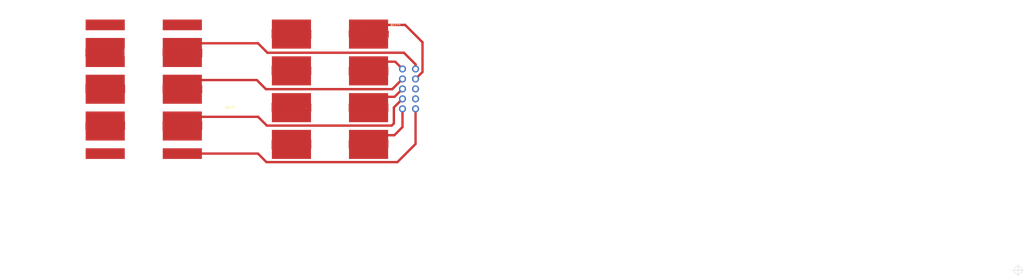
<source format=kicad_pcb>
(kicad_pcb (version 20221018) (generator pcbnew)
  (layers (0 "F.Cu" signal) (31 "B.Cu" signal) (34 "B.Paste" user) (35 "F.Paste" user) (36 "B.SilkS" user "B.Silkscreen") (37 "F.SilkS" user "F.Silkscreen") (38 "B.Mask" user) (39 "F.Mask" user) (44 "Edge.Cuts" user))
  (net 0 "")
  (footprint "USST-footprints:batt_wedge_smd" (layer "F.Cu") (at 77.337 37.141)
    (fp_text reference "REF**" (at 0 0) (layer "F.SilkS"))
    (fp_text value "batt_wedge_smd")
    (pad "1" smd rect (at -52.705 -34.925 90) (size 4.5 16.5) (layers "F.Cu" "F.Paste" "F.Mask"))
    (pad "1" smd rect (at -20.205 -34.925 90) (size 4.5 16.5) (layers "F.Cu" "F.Paste" "F.Mask"))
    (pad "1" smd rect (at 25.795 -34.925 90) (size 4.5 16.5) (layers "F.Cu" "F.Paste" "F.Mask"))
    (pad "1" smd rect (at 58.295 -34.925 90) (size 4.5 16.5) (layers "F.Cu" "F.Paste" "F.Mask"))
    (pad "2" smd rect (at -52.705 -27.175 90) (size 4.5 16.5) (layers "F.Cu" "F.Paste" "F.Mask"))
    (pad "2" smd rect (at -20.205 -27.175 90) (size 4.5 16.5) (layers "F.Cu" "F.Paste" "F.Mask"))
    (pad "2" smd rect (at 25.795 -27.175 90) (size 4.5 16.5) (layers "F.Cu" "F.Paste" "F.Mask"))
    (pad "2" smd rect (at 58.295 -27.175 90) (size 4.5 16.5) (layers "F.Cu" "F.Paste" "F.Mask"))
    (pad "3" smd rect (at -52.705 -19.425 90) (size 4.5 16.5) (layers "F.Cu" "F.Paste" "F.Mask"))
    (pad "3" smd rect (at -20.205 -19.425 90) (size 4.5 16.5) (layers "F.Cu" "F.Paste" "F.Mask"))
    (pad "3" smd rect (at 25.795 -19.425 90) (size 4.5 16.5) (layers "F.Cu" "F.Paste" "F.Mask"))
    (pad "3" smd rect (at 58.295 -19.425 90) (size 4.5 16.5) (layers "F.Cu" "F.Paste" "F.Mask"))
    (pad "4" smd rect (at -52.705 -11.675 90) (size 4.5 16.5) (layers "F.Cu" "F.Paste" "F.Mask"))
    (pad "4" smd rect (at -20.205 -11.675 90) (size 4.5 16.5) (layers "F.Cu" "F.Paste" "F.Mask"))
    (pad "4" smd rect (at 25.795 -11.675 90) (size 4.5 16.5) (layers "F.Cu" "F.Paste" "F.Mask"))
    (pad "4" smd rect (at 58.295 -11.675 90) (size 4.5 16.5) (layers "F.Cu" "F.Paste" "F.Mask"))
    (pad "5" smd rect (at -52.705 -3.925 90) (size 4.5 16.5) (layers "F.Cu" "F.Paste" "F.Mask"))
    (pad "5" smd rect (at -20.205 -3.925 90) (size 4.5 16.5) (layers "F.Cu" "F.Paste" "F.Mask"))
    (pad "5" smd rect (at 25.795 -3.925 90) (size 4.5 16.5) (layers "F.Cu" "F.Paste" "F.Mask"))
    (pad "5" smd rect (at 58.295 -3.925 90) (size 4.5 16.5) (layers "F.Cu" "F.Paste" "F.Mask"))
    (pad "6" smd rect (at -52.705 3.825 90) (size 4.5 16.5) (layers "F.Cu" "F.Paste" "F.Mask"))
    (pad "6" smd rect (at -20.205 3.825 90) (size 4.5 16.5) (layers "F.Cu" "F.Paste" "F.Mask"))
    (pad "6" smd rect (at 25.795 3.825 90) (size 4.5 16.5) (layers "F.Cu" "F.Paste" "F.Mask"))
    (pad "6" smd rect (at 58.295 3.825 90) (size 4.5 16.5) (layers "F.Cu" "F.Paste" "F.Mask"))
    (pad "7" smd rect (at -52.705 11.575 90) (size 4.5 16.5) (layers "F.Cu" "F.Paste" "F.Mask"))
    (pad "7" smd rect (at -20.205 11.575 90) (size 4.5 16.5) (layers "F.Cu" "F.Paste" "F.Mask"))
    (pad "7" smd rect (at 25.795 11.575 90) (size 4.5 16.5) (layers "F.Cu" "F.Paste" "F.Mask"))
    (pad "7" smd rect (at 58.295 11.575 90) (size 4.5 16.5) (layers "F.Cu" "F.Paste" "F.Mask"))
    (pad "8" smd rect (at -52.705 19.325 90) (size 4.5 16.5) (layers "F.Cu" "F.Paste" "F.Mask"))
    (pad "8" smd rect (at -20.205 19.325 90) (size 4.5 16.5) (layers "F.Cu" "F.Paste" "F.Mask"))
    (pad "8" smd rect (at 25.795 19.325 90) (size 4.5 16.5) (layers "F.Cu" "F.Paste" "F.Mask"))
    (pad "8" smd rect (at 58.295 19.325 90) (size 4.5 16.5) (layers "F.Cu" "F.Paste" "F.Mask"))
  )
  (footprint "USST-footprints:BatteryConnector" (layer "F.Cu") (at 149.948 37.592)
    (fp_text reference "REF**" (at -2.9455 -35.197) (layer "F.SilkS"))
    (fp_text value "BatteryConnector")
    (pad "" np_thru_hole circle (at 0 -16.8) (size 3 3) (drill 1.8) (layers "*.Cu"))
    (pad "" np_thru_hole circle (at 0 -12.6) (size 3 3) (drill 1.8) (layers "*.Cu"))
    (pad "" np_thru_hole circle (at 0 -8.4) (size 3 3) (drill 1.8) (layers "*.Cu"))
    (pad "" np_thru_hole circle (at 0 -4.2) (size 3 3) (drill 1.8) (layers "*.Cu"))
    (pad "" np_thru_hole circle (at 0 0) (size 3 3) (drill 1.8) (layers "*.Cu"))
    (pad "" np_thru_hole circle (at 5.5 -16.8) (size 3 3) (drill 1.8) (layers "*.Cu"))
    (pad "" np_thru_hole circle (at 5.5 -12.6) (size 3 3) (drill 1.8) (layers "*.Cu"))
    (pad "" np_thru_hole circle (at 5.5 -8.4) (size 3 3) (drill 1.8) (layers "*.Cu"))
    (pad "" np_thru_hole circle (at 5.5 -4.2) (size 3 3) (drill 1.8) (layers "*.Cu"))
    (pad "" np_thru_hole circle (at 5.5 0) (size 3 3) (drill 1.8) (layers "*.Cu"))
  )
  (target plus (at 409.448 105.664) (size 5) (width 0.15) (layer "Edge.Cuts"))
  (segment (start 144.018 4.826) (end 144.018 7.62) (width 0.25) (layer "F.Cu") (net 0))
  (segment (start 146.507601 48.716) (end 149.948 45.275601) (width 1) (layer "F.Cu") (net 0))
  (segment (start 143.002 38.354) (end 143.002 35.814) (width 2) (layer "F.Cu") (net 0))
  (segment (start 64.262 46.228) (end 64.516 45.974) (width 2) (layer "F.Cu") (net 0))
  (segment (start 135.632 9.966) (end 135.632 7.624) (width 3) (layer "F.Cu") (net 0))
  (segment (start 142.494 6.604) (end 142.748 6.604) (width 0.5) (layer "F.Cu") (net 0))
  (segment (start 61.136 13.97) (end 57.132 9.966) (width 1) (layer "F.Cu") (net 0))
  (segment (start 92.762383 44.663023) (end 145.392521 44.663023) (width 1) (layer "F.Cu") (net 0))
  (segment (start 51.308 30.48) (end 63.246 30.48) (width 2) (layer "F.Cu") (net 0))
  (segment (start 64.516 30.48) (end 64.516 28.194) (width 2) (layer "F.Cu") (net 0))
  (segment (start 127.762 23.114) (end 128.524 23.114) (width 1) (layer "F.Cu") (net 0))
  (segment (start 19.994 40.966) (end 17.272 43.688) (width 2) (layer "F.Cu") (net 0))
  (segment (start 143.51 20.32) (end 128.524 20.32) (width 1) (layer "F.Cu") (net 0))
  (segment (start 149.948 20.792) (end 146.872 17.716) (width 1) (layer "F.Cu") (net 0))
  (segment (start 31.75 12.446) (end 19.05 12.446) (width 2) (layer "F.Cu") (net 0))
  (segment (start 150.547372 13.946484) (end 93.004057 13.946484) (width 1) (layer "F.Cu") (net 0))
  (segment (start 61.78 33.216) (end 64.516 30.48) (width 2) (layer "F.Cu") (net 0))
  (segment (start 24.632 25.466) (end 24.632 33.216) (width 3) (layer "F.Cu") (net 0))
  (segment (start 158.38009 22.05991) (end 158.38009 9.541735) (width 1) (layer "F.Cu") (net 0))
  (segment (start 57.132 33.216) (end 61.78 33.216) (width 2) (layer "F.Cu") (net 0))
  (segment (start 57.132 9.966) (end 61.782 9.966) (width 2) (layer "F.Cu") (net 0))
  (segment (start 57.132 25.466) (end 52.258 25.466) (width 2) (layer "F.Cu") (net 0))
  (segment (start 110.49 53.848) (end 110.49 51.054) (width 2) (layer "F.Cu") (net 0))
  (segment (start 95.758 20.066) (end 95.758 22.86) (width 2) (layer "F.Cu") (net 0))
  (segment (start 141.478 37.084) (end 141.732 37.084) (width 2) (layer "F.Cu") (net 0))
  (segment (start 49.784 46.228) (end 64.262 46.228) (width 2) (layer "F.Cu") (net 0))
  (segment (start 19.05 27.94) (end 18.288 28.702) (width 2) (layer "F.Cu") (net 0))
  (segment (start 135.632 22.352) (end 135.632 25.466) (width 3) (layer "F.Cu") (net 0))
  (segment (start 128.524 23.114) (end 143.51 23.114) (width 1) (layer "F.Cu") (net 0))
  (segment (start 146.61001 32.52999) (end 135.632 32.52999) (width 1) (layer "F.Cu") (net 0))
  (segment (start 20.006 9.966) (end 17.272 12.7) (width 2) (layer "F.Cu") (net 0))
  (segment (start 92.383894 29.304753) (end 88.545141 25.466) (width 1) (layer "F.Cu") (net 0))
  (segment (start 64.516 13.97) (end 64.516 15.494) (width 2) (layer "F.Cu") (net 0))
  (segment (start 142.748 53.848) (end 143.002 53.594) (width 2) (layer "F.Cu") (net 0))
  (segment (start 59.333901 12.167901) (end 57.132 9.966) (width 1) (layer "F.Cu") (net 0))
  (segment (start 129.54 36.576) (end 141.732 37.084) (width 2) (layer "F.Cu") (net 0))
  (segment (start 63.246 14.478) (end 62.738 13.97) (width 2) (layer "F.Cu") (net 0))
  (segment (start 24.632 17.716) (end 24.632 13.466) (width 2) (layer "F.Cu") (net 0))
  (segment (start 49.784 12.7) (end 62.23 12.7) (width 2) (layer "F.Cu") (net 0))
  (segment (start 49.784 27.94) (end 49.784 30.734) (width 2) (layer "F.Cu") (net 0))
  (segment (start 143.51 23.114) (end 143.51 20.32) (width 1) (layer "F.Cu") (net 0))
  (segment (start 110.49 51.054) (end 98.044 51.054) (width 2) (layer "F.Cu") (net 0))
  (segment (start 151.054355 2.216) (end 135.632 2.216) (width 1) (layer "F.Cu") (net 0))
  (segment (start 108.712 21.082) (end 109.474 21.844) (width 2) (layer "F.Cu") (net 0))
  (segment (start 19.05 12.446) (end 19.05 13.716) (width 2) (layer "F.Cu") (net 0))
  (segment (start 134.5 22.098) (end 128.524 22.098) (width 1) (layer "F.Cu") (net 0))
  (segment (start 17.272 45.974) (end 32.004 45.974) (width 2) (layer "F.Cu") (net 0))
  (segment (start 130.868 33.216) (end 128.27 35.814) (width 2) (layer "F.Cu") (net 0))
  (segment (start 135.632 20.966) (end 134.5 22.098) (width 1) (layer "F.Cu") (net 0))
  (segment (start 98.044 51.054) (end 97.028 52.07) (width 2) (layer "F.Cu") (net 0))
  (segment (start 17.272 27.686) (end 17.272 30.48) (width 2) (layer "F.Cu") (net 0))
  (segment (start 142.748 6.604) (end 144.018 5.334) (width 0.5) (layer "F.Cu") (net 0))
  (segment (start 133.032 7.366) (end 135.632 9.966) (width 3) (layer "F.Cu") (net 0))
  (segment (start 62.738 13.97) (end 50.8 13.97) (width 2) (layer "F.Cu") (net 0))
  (segment (start 96.774 21.082) (end 109.474 21.844) (width 2) (layer "F.Cu") (net 0))
  (segment (start 89.023573 9.966) (end 57.132 9.966) (width 1) (layer "F.Cu") (net 0))
  (segment (start 17.272 15.24) (end 30.226 15.24) (width 2) (layer "F.Cu") (net 0))
  (segment (start 135.632 7.624) (end 138.176 5.08) (width 3) (layer "F.Cu") (net 0))
  (segment (start 130.302 4.572) (end 130.302 7.366) (width 3) (layer "F.Cu") (net 0))
  (segment (start 98.35 48.716) (end 95.758 51.308) (width 2) (layer "F.Cu") (net 0))
  (segment (start 96.774 36.576) (end 108.712 36.576) (width 2) (layer "F.Cu") (net 0))
  (segment (start 128.27 51.308) (end 128.27 53.848) (width 2) (layer "F.Cu") (net 0))
  (segment (start 57.132 40.966) (end 52.252 40.966) (width 2) (layer "F.Cu") (net 0))
  (segment (start 142.748 21.082) (end 128.27 21.336) (width 1) (layer "F.Cu") (net 0))
  (segment (start 131.642 2.216) (end 128.778 5.08) (width 3) (layer "F.Cu") (net 0))
  (segment (start 97.536 52.578) (end 109.22 52.578) (width 2) (layer "F.Cu") (net 0))
  (segment (start 135.632 2.216) (end 135.632 9.966) (width 3) (layer "F.Cu") (net 0))
  (segment (start 103.132 48.716) (end 103.132 56.466) (width 3) (layer "F.Cu") (net 0))
  (segment (start 32.004 45.974) (end 32.004 43.434) (width 2) (layer "F.Cu") (net 0))
  (segment (start 149.948 39.71332) (end 149.948 37.592) (width 1) (layer "F.Cu") (net 0))
  (segment (start 19.492 25.466) (end 17.272 27.686) (width 2) (layer "F.Cu") (net 0))
  (segment (start 24.632 40.966) (end 19.994 40.966) (width 2) (layer "F.Cu") (net 0))
  (segment (start 30.226 15.24) (end 31.75 15.24) (width 2) (layer "F.Cu") (net 0))
  (segment (start 98.114 2.216) (end 95.758 4.572) (width 2) (layer "F.Cu") (net 0))
  (segment (start 135.632 2.216) (end 141.408 2.216) (width 0.25) (layer "F.Cu") (net 0))
  (segment (start 98.108 17.716) (end 95.758 20.066) (width 2) (layer "F.Cu") (net 0))
  (segment (start 98.102 33.216) (end 95.758 35.56) (width 2) (layer "F.Cu") (net 0))
  (segment (start 130.302 35.814) (end 129.54 36.576) (width 2) (layer "F.Cu") (net 0))
  (segment (start 88.545141 25.466) (end 57.132 25.466) (width 1) (layer "F.Cu") (net 0))
  (segment (start 95.758 22.86) (end 110.49 22.86) (width 2) (layer "F.Cu") (net 0))
  (segment (start 64.516 15.494) (end 50.292 15.494) (width 2) (layer "F.Cu") (net 0))
  (segment (start 24.632 40.966) (end 24.632 48.716) (width 3) (layer "F.Cu") (net 0))
  (segment (start 143.002 53.594) (end 143.002 51.054) (width 2) (layer "F.Cu") (net 0))
  (segment (start 147.794999 60.058681) (end 92.607603 60.058681) (width 1) (layer "F.Cu") (net 0))
  (segment (start 103.132 33.216) (end 103.132 40.966) (width 3) (layer "F.Cu") (net 0))
  (segment (start 149.948 24.992) (end 145.635247 29.304753) (width 1) (layer "F.Cu") (net 0))
  (segment (start 32.004 30.48) (end 32.004 27.94) (width 2) (layer "F.Cu") (net 0))
  (segment (start 141.408 2.216) (end 144.018 4.826) (width 0.25) (layer "F.Cu") (net 0))
  (segment (start 135.632 48.716) (end 135.632 56.466) (width 3) (layer "F.Cu") (net 0))
  (segment (start 158.38009 9.541735) (end 151.054355 2.216) (width 1) (layer "F.Cu") (net 0))
  (segment (start 64.516 28.194) (end 51.308 28.194) (width 2) (layer "F.Cu") (net 0))
  (segment (start 95.758 38.354) (end 110.49 38.354) (width 2) (layer "F.Cu") (net 0))
  (segment (start 17.272 43.688) (end 17.272 45.974) (width 2) (layer "F.Cu") (net 0))
  (segment (start 63.246 30.48) (end 63.246 29.21) (width 2) (layer "F.Cu") (net 0))
  (segment (start 141.986 5.588) (end 141.986 5.08) (width 0.25) (layer "F.Cu") (net 0))
  (segment (start 132.588 5.08) (end 130.302 5.08) (width 3) (layer "F.Cu") (net 0))
  (segment (start 19.558 14.224) (end 30.734 14.224) (width 2) (layer "F.Cu") (net 0))
  (segment (start 142.494 21.844) (end 129.794 21.844) (width 2) (layer "F.Cu") (net 0))
  (segment (start 92.607603 60.058681) (end 89.014922 56.466) (width 1) (layer "F.Cu") (net 0))
  (segment (start 64.516 12.7) (end 64.516 13.97) (width 2) (layer "F.Cu") (net 0))
  (segment (start 60.899463 29.233463) (end 57.132 25.466) (width 1) (layer "F.Cu") (net 0))
  (segment (start 61.782 9.966) (end 64.516 12.7) (width 2) (layer "F.Cu") (net 0))
  (segment (start 138.872 25.466) (end 142.494 21.844) (width 2) (layer "F.Cu") (net 0))
  (segment (start 130.302 7.366) (end 133.032 7.366) (width 3) (layer "F.Cu") (net 0))
  (segment (start 62.23 12.7) (end 62.23 13.462) (width 2) (layer "F.Cu") (net 0))
  (segment (start 31.75 15.24) (end 31.75 12.446) (width 2) (layer "F.Cu") (net 0))
  (segment (start 49.784 14.986) (end 49.784 12.7) (width 2) (layer "F.Cu") (net 0))
  (segment (start 24.632 25.466) (end 19.492 25.466) (width 2) (layer "F.Cu") (net 0))
  (segment (start 57.132 40.966) (end 89.06536 40.966) (width 1) (layer "F.Cu") (net 0))
  (segment (start 138.938 7.112) (end 141.986 7.112) (width 3) (layer "F.Cu") (net 0))
  (segment (start 110.49 4.826) (end 98.044 4.826) (width 2) (layer "F.Cu") (net 0))
  (segment (start 17.272 12.7) (end 17.272 15.24) (width 2) (layer "F.Cu") (net 0))
  (segment (start 24.632 9.966) (end 24.632 17.716) (width 3) (layer "F.Cu") (net 0))
  (segment (start 110.49 7.62) (end 110.49 4.826) (width 2) (layer "F.Cu") (net 0))
  (segment (start 138.176 5.08) (end 141.986 5.08) (width 3) (layer "F.Cu") (net 0))
  (segment (start 24.632 9.966) (end 20.006 9.966) (width 2) (layer "F.Cu") (net 0))
  (segment (start 135.632 48.716) (end 146.507601 48.716) (width 1) (layer "F.Cu") (net 0))
  (segment (start 135.632 33.216) (end 135.632 40.966) (width 3) (layer "F.Cu") (net 0))
  (segment (start 135.632 17.716) (end 135.632 22.352) (width 2) (layer "F.Cu") (net 0))
  (segment (start 52.258 25.466) (end 49.784 27.94) (width 2) (layer "F.Cu") (net 0))
  (segment (start 19.05 12.446) (end 18.288 13.208) (width 2) (layer "F.Cu") (net 0))
  (segment (start 128.27 35.814) (end 128.27 38.354) (width 2) (layer "F.Cu") (net 0))
  (segment (start 103.132 2.216) (end 103.132 9.966) (width 3) (layer "F.Cu") (net 0))
  (segment (start 155.448 52.40568) (end 147.794999 60.058681) (width 1) (layer "F.Cu") (net 0))
  (segment (start 57.132 25.466) (end 57.132 33.216) (width 3) (layer "F.Cu") (net 0))
  (segment (start 63.246 12.7) (end 64.516 13.97) (width 2) (layer "F.Cu") (net 0))
  (segment (start 27.75 17.716) (end 30.226 15.24) (width 2) (layer "F.Cu") (net 0))
  (segment (start 57.132 40.966) (end 57.132 48.716) (width 3) (layer "F.Cu") (net 0))
  (segment (start 50.292 15.494) (end 49.784 14.986) (width 2) (layer "F.Cu") (net 0))
  (segment (start 19.558 43.434) (end 18.542 44.45) (width 2) (layer "F.Cu") (net 0))
  (segment (start 89.06536 40.966) (end 92.762383 44.663023) (width 1) (layer "F.Cu") (net 0))
  (segment (start 89.014922 56.466) (end 57.132 56.466) (width 1) (layer "F.Cu") (net 0))
  (segment (start 103.132 33.216) (end 98.102 33.216) (width 2) (layer "F.Cu") (net 0))
  (segment (start 135.632 48.716) (end 130.862 48.716) (width 2) (layer "F.Cu") (net 0))
  (segment (start 145.392521 44.663023) (end 146.314017 43.741527) (width 1) (layer "F.Cu") (net 0))
  (segment (start 130.862 48.716) (end 128.27 51.308) (width 2) (layer "F.Cu") (net 0))
  (segment (start 18.288 13.208) (end 30.226 13.208) (width 2) (layer "F.Cu") (net 0))
  (segment (start 97.536 35.814) (end 96.774 36.576) (width 2) (layer "F.Cu") (net 0))
  (segment (start 142.494 6.604) (end 141.986 7.112) (width 3) (layer "F.Cu") (net 0))
  (segment (start 144.018 7.62) (end 141.986 5.588) (width 0.25) (layer "F.Cu") (net 0))
  (segment (start 155.448 18.847112) (end 150.547372 13.946484) (width 1) (layer "F.Cu") (net 0))
  (segment (start 103.132 17.716) (end 103.132 25.466) (width 3) (layer "F.Cu") (net 0))
  (segment (start 98.044 4.826) (end 97.028 5.842) (width 2) (layer "F.Cu") (net 0))
  (segment (start 135.632 33.216) (end 130.868 33.216) (width 2) (layer "F.Cu") (net 0))
  (segment (start 97.536 20.32) (end 96.774 21.082) (width 2) (layer "F.Cu") (net 0))
  (segment (start 135.632 2.216) (end 132.658 2.216) (width 3) (layer "F.Cu") (net 0))
  (segment (start 110.49 38.354) (end 110.49 35.814) (width 2) (layer "F.Cu") (net 0))
  (segment (start 128.27 38.354) (end 143.002 38.354) (width 2) (layer "F.Cu") (net 0))
  (segment (start 64.516 45.974) (end 64.516 43.434) (width 2) (layer "F.Cu") (net 0))
  (segment (start 49.784 43.434) (end 49.784 46.228) (width 2) (layer "F.Cu") (net 0))
  (segment (start 51.308 28.194) (end 51.308 30.48) (width 2) (layer "F.Cu") (net 0))
  (segment (start 103.132 2.216) (end 98.114 2.216) (width 2) (layer "F.Cu") (net 0))
  (segment (start 96.012 7.62) (end 110.49 7.62) (width 2) (layer "F.Cu") (net 0))
  (segment (start 58.016066 13.485736) (end 59.333901 12.167901) (width 1) (layer "F.Cu") (net 0))
  (segment (start 128.778 21.082) (end 128.524 21.336) (width 1) (layer "F.Cu") (net 0))
  (segment (start 64.516 43.434) (end 52.324 43.434) (width 2) (layer "F.Cu") (net 0))
  (segment (start 24.632 13.466) (end 23.612 12.446) (width 2) (layer "F.Cu") (net 0))
  (segment (start 19.05 13.716) (end 19.558 14.224) (width 2) (layer "F.Cu") (net 0))
  (segment (start 130.366 17.716) (end 127.762 20.32) (width 1) (layer "F.Cu") (net 0))
  (segment (start 103.132 48.716) (end 98.35 48.716) (width 2) (layer "F.Cu") (net 0))
  (segment (start 32.004 43.434) (end 19.558 43.434) (width 2) (layer "F.Cu") (net 0))
  (segment (start 135.632 25.466) (end 138.872 25.466) (width 2) (layer "F.Cu") (net 0))
  (segment (start 95.758 35.56) (end 95.758 38.354) (width 2) (layer "F.Cu") (net 0))
  (segment (start 155.448 37.592) (end 155.448 52.40568) (width 1) (layer "F.Cu") (net 0))
  (segment (start 97.028 52.07) (end 97.536 52.578) (width 2) (layer "F.Cu") (net 0))
  (segment (start 146.872 17.716) (end 135.632 17.716) (width 1) (layer "F.Cu") (net 0))
  (segment (start 143.002 35.814) (end 130.302 35.814) (width 2) (layer "F.Cu") (net 0))
  (segment (start 32.004 27.94) (end 19.05 27.94) (width 2) (layer "F.Cu") (net 0))
  (segment (start 149.948 29.192) (end 146.61001 32.52999) (width 1) (layer "F.Cu") (net 0))
  (segment (start 135.632 17.716) (end 135.632 20.966) (width 1) (layer "F.Cu") (net 0))
  (segment (start 62.23 13.462) (end 63.246 14.478) (width 2) (layer "F.Cu") (net 0))
  (segment (start 97.028 5.842) (end 108.966 5.842) (width 2) (layer "F.Cu") (net 0))
  (segment (start 133.35 5.842) (end 132.588 5.08) (width 3) (layer "F.Cu") (net 0))
  (segment (start 51.308 44.45) (end 51.816 44.958) (width 2) (layer "F.Cu") (net 0))
  (segment (start 24.632 17.716) (end 27.75 17.716) (width 2) (layer "F.Cu") (net 0))
  (segment (start 110.49 20.32) (end 97.536 20.32) (width 2) (layer "F.Cu") (net 0))
  (segment (start 140.97 36.576) (end 141.478 37.084) (width 2) (layer "F.Cu") (net 0))
  (segment (start 128.524 21.336) (end 128.27 21.336) (width 1) (layer "F.Cu") (net 0))
  (segment (start 63.246 29.21) (end 52.832 29.21) (width 2) (layer "F.Cu") (net 0))
  (segment (start 51.816 44.958) (end 63.246 44.958) (width 2) (layer "F.Cu") (net 0))
  (segment (start 146.314017 37.025983) (end 149.948 33.392) (width 1) (layer "F.Cu") (net 0))
  (segment (start 146.314017 43.741527) (end 146.314017 37.025983) (width 1) (layer "F.Cu") (net 0))
  (segment (start 95.758 51.308) (end 95.758 54.102) (width 2) (layer "F.Cu") (net 0))
  (segment (start 103.132 17.716) (end 98.108 17.716) (width 2) (layer "F.Cu") (net 0))
  (segment (start 52.324 43.434) (end 51.308 44.45) (width 2) (layer "F.Cu") (net 0))
  (segment (start 149.948 45.275601) (end 149.948 39.71332) (width 1) (layer "F.Cu") (net 0))
  (segment (start 130.556 51.054) (end 129.54 52.07) (width 2) (layer "F.Cu") (net 0))
  (segment (start 155.448 20.792) (end 155.448 18.847112) (width 1) (layer "F.Cu") (net 0))
  (segment (start 128.778 5.08) (end 128.778 7.112) (width 3) (layer "F.Cu") (net 0))
  (segment (start 17.272 30.48) (end 32.004 30.48) (width 2) (layer "F.Cu") (net 0))
  (segment (start 57.132 9.966) (end 57.132 17.716) (width 3) (layer "F.Cu") (net 0))
  (segment (start 145.635247 29.304753) (end 92.383894 29.304753) (width 1) (layer "F.Cu") (net 0))
  (segment (start 110.49 22.86) (end 110.49 20.32) (width 2) (layer "F.Cu") (net 0))
  (segment (start 93.004057 13.946484) (end 89.023573 9.966) (width 1) (layer "F.Cu") (net 0))
  (segment (start 135.80146 17.88546) (end 135.632 17.716) (width 1) (layer "F.Cu") (net 0))
  (segment (start 135.632 48.716) (end 131.116 48.716) (width 2) (layer "F.Cu") (net 0))
  (segment (start 95.758 7.366) (end 96.012 7.62) (width 2) (layer "F.Cu") (net 0))
  (segment (start 141.986 5.08) (end 142.494 5.588) (width 3) (layer "F.Cu") (net 0))
  (segment (start 129.794 21.844) (end 128.524 23.114) (width 2) (layer "F.Cu") (net 0))
  (segment (start 128.524 20.32) (end 129.286 21.082) (width 1) (layer "F.Cu") (net 0))
  (segment (start 95.758 4.572) (end 95.758 7.366) (width 2) (layer "F.Cu") (net 0))
  (segment (start 128.27 53.848) (end 142.748 53.848) (width 2) (layer "F.Cu") (net 0))
  (segment (start 52.252 40.966) (end 49.784 43.434) (width 2) (layer "F.Cu") (net 0))
  (segment (start 129.54 52.07) (end 129.794 52.324) (width 2) (layer "F.Cu") (net 0))
  (segment (start 129.794 52.324) (end 141.986 52.324) (width 2) (layer "F.Cu") (net 0))
  (segment (start 135.632 2.216) (end 131.642 2.216) (width 3) (layer "F.Cu") (net 0))
  (segment (start 135.632 17.716) (end 130.366 17.716) (width 1) (layer "F.Cu") (net 0))
  (segment (start 130.302 4.572) (end 130.302 5.08) (width 3) (layer "F.Cu") (net 0))
  (segment (start 129.286 21.082) (end 142.748 21.082) (width 1) (layer "F.Cu") (net 0))
  (segment (start 110.236 54.102) (end 110.49 53.848) (width 2) (layer "F.Cu") (net 0))
  (segment (start 95.758 54.102) (end 110.236 54.102) (width 2) (layer "F.Cu") (net 0))
  (segment (start 143.002 51.054) (end 130.556 51.054) (width 2) (layer "F.Cu") (net 0))
  (segment (start 127.762 20.32) (end 127.762 23.114) (width 1) (layer "F.Cu") (net 0))
  (segment (start 110.49 35.814) (end 97.536 35.814) (width 2) (layer "F.Cu") (net 0))
  (segment (start 18.542 44.45) (end 30.988 44.45) (width 2) (layer "F.Cu") (net 0))
  (segment (start 18.288 28.702) (end 30.48 28.702) (width 2) (layer "F.Cu") (net 0))
  (segment (start 135.632 32.52999) (end 135.632 33.216) (width 1) (layer "F.Cu") (net 0))
  (segment (start 132.658 2.216) (end 130.302 4.572) (width 3) (layer "F.Cu") (net 0))
  (segment (start 23.612 12.446) (end 19.05 12.446) (width 2) (layer "F.Cu") (net 0))
  (segment (start 142.494 5.588) (end 142.494 6.604) (width 3) (layer "F.Cu") (net 0))
  (segment (start 155.448 24.992) (end 158.38009 22.05991) (width 1) (layer "F.Cu") (net 0))
)
</source>
